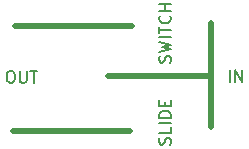
<source format=gto>
%TF.GenerationSoftware,KiCad,Pcbnew,4.0.5-e0-6337~49~ubuntu16.04.1*%
%TF.CreationDate,2017-03-19T11:24:08-07:00*%
%TF.ProjectId,2x3-Slide-Switch-CL-SB-SMT,3278332D536C6964652D537769746368,1.0*%
%TF.FileFunction,Legend,Top*%
%FSLAX46Y46*%
G04 Gerber Fmt 4.6, Leading zero omitted, Abs format (unit mm)*
G04 Created by KiCad (PCBNEW 4.0.5-e0-6337~49~ubuntu16.04.1) date Sun Mar 19 11:24:08 2017*
%MOMM*%
%LPD*%
G01*
G04 APERTURE LIST*
%ADD10C,0.350000*%
%ADD11C,0.500000*%
%ADD12C,0.150000*%
%ADD13R,1.752600X1.351280*%
G04 APERTURE END LIST*
D10*
D11*
X2235200Y-43639740D02*
X12141200Y-43639740D01*
X18808700Y-52212240D02*
X18808700Y-43449240D01*
X2044700Y-52529740D02*
X11950700Y-52529740D01*
X18808700Y-47894240D02*
X10045700Y-47894240D01*
D12*
X1743200Y-47473621D02*
X1933677Y-47473621D01*
X2028915Y-47521240D01*
X2124153Y-47616478D01*
X2171772Y-47806954D01*
X2171772Y-48140288D01*
X2124153Y-48330764D01*
X2028915Y-48426002D01*
X1933677Y-48473621D01*
X1743200Y-48473621D01*
X1647962Y-48426002D01*
X1552724Y-48330764D01*
X1505105Y-48140288D01*
X1505105Y-47806954D01*
X1552724Y-47616478D01*
X1647962Y-47521240D01*
X1743200Y-47473621D01*
X2600343Y-47473621D02*
X2600343Y-48283145D01*
X2647962Y-48378383D01*
X2695581Y-48426002D01*
X2790819Y-48473621D01*
X2981296Y-48473621D01*
X3076534Y-48426002D01*
X3124153Y-48378383D01*
X3171772Y-48283145D01*
X3171772Y-47473621D01*
X3505105Y-47473621D02*
X4076534Y-47473621D01*
X3790819Y-48473621D02*
X3790819Y-47473621D01*
X20380391Y-48410121D02*
X20380391Y-47410121D01*
X20856581Y-48410121D02*
X20856581Y-47410121D01*
X21428010Y-48410121D01*
X21428010Y-47410121D01*
X15339962Y-53712145D02*
X15387581Y-53569288D01*
X15387581Y-53331192D01*
X15339962Y-53235954D01*
X15292343Y-53188335D01*
X15197105Y-53140716D01*
X15101867Y-53140716D01*
X15006629Y-53188335D01*
X14959010Y-53235954D01*
X14911390Y-53331192D01*
X14863771Y-53521669D01*
X14816152Y-53616907D01*
X14768533Y-53664526D01*
X14673295Y-53712145D01*
X14578057Y-53712145D01*
X14482819Y-53664526D01*
X14435200Y-53616907D01*
X14387581Y-53521669D01*
X14387581Y-53283573D01*
X14435200Y-53140716D01*
X15387581Y-52235954D02*
X15387581Y-52712145D01*
X14387581Y-52712145D01*
X15387581Y-51902621D02*
X14387581Y-51902621D01*
X15387581Y-51426431D02*
X14387581Y-51426431D01*
X14387581Y-51188336D01*
X14435200Y-51045478D01*
X14530438Y-50950240D01*
X14625676Y-50902621D01*
X14816152Y-50855002D01*
X14959010Y-50855002D01*
X15149486Y-50902621D01*
X15244724Y-50950240D01*
X15339962Y-51045478D01*
X15387581Y-51188336D01*
X15387581Y-51426431D01*
X14863771Y-50426431D02*
X14863771Y-50093097D01*
X15387581Y-49950240D02*
X15387581Y-50426431D01*
X14387581Y-50426431D01*
X14387581Y-49950240D01*
X15339962Y-46774740D02*
X15387581Y-46631883D01*
X15387581Y-46393787D01*
X15339962Y-46298549D01*
X15292343Y-46250930D01*
X15197105Y-46203311D01*
X15101867Y-46203311D01*
X15006629Y-46250930D01*
X14959010Y-46298549D01*
X14911390Y-46393787D01*
X14863771Y-46584264D01*
X14816152Y-46679502D01*
X14768533Y-46727121D01*
X14673295Y-46774740D01*
X14578057Y-46774740D01*
X14482819Y-46727121D01*
X14435200Y-46679502D01*
X14387581Y-46584264D01*
X14387581Y-46346168D01*
X14435200Y-46203311D01*
X14387581Y-45869978D02*
X15387581Y-45631883D01*
X14673295Y-45441406D01*
X15387581Y-45250930D01*
X14387581Y-45012835D01*
X15387581Y-44631883D02*
X14387581Y-44631883D01*
X14387581Y-44298550D02*
X14387581Y-43727121D01*
X15387581Y-44012836D02*
X14387581Y-44012836D01*
X15292343Y-42822359D02*
X15339962Y-42869978D01*
X15387581Y-43012835D01*
X15387581Y-43108073D01*
X15339962Y-43250931D01*
X15244724Y-43346169D01*
X15149486Y-43393788D01*
X14959010Y-43441407D01*
X14816152Y-43441407D01*
X14625676Y-43393788D01*
X14530438Y-43346169D01*
X14435200Y-43250931D01*
X14387581Y-43108073D01*
X14387581Y-43012835D01*
X14435200Y-42869978D01*
X14482819Y-42822359D01*
X15387581Y-42393788D02*
X14387581Y-42393788D01*
X14863771Y-42393788D02*
X14863771Y-41822359D01*
X15387581Y-41822359D02*
X14387581Y-41822359D01*
%LPC*%
D13*
X5979160Y-45394880D03*
X8778240Y-47894240D03*
X5979160Y-50393600D03*
M02*

</source>
